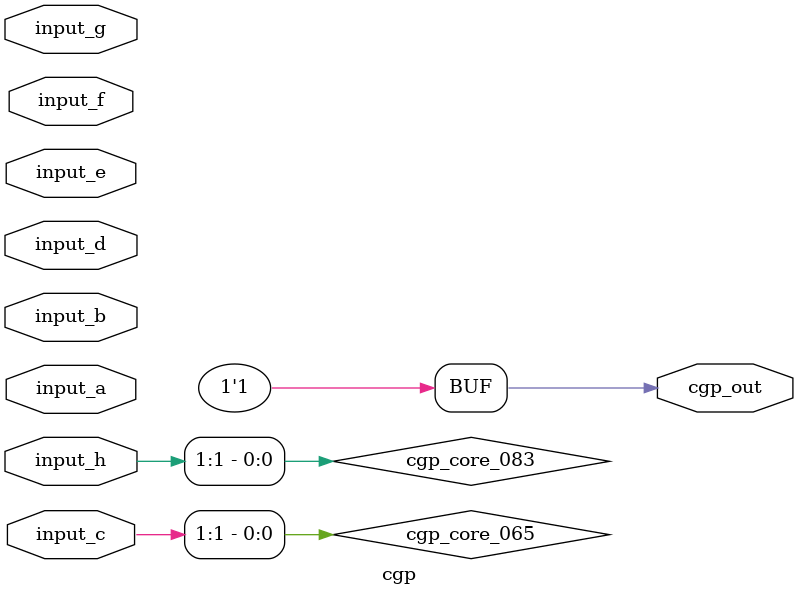
<source format=v>
module cgp(input [1:0] input_a, input [1:0] input_b, input [1:0] input_c, input [1:0] input_d, input [1:0] input_e, input [1:0] input_f, input [1:0] input_g, input [1:0] input_h, output [0:0] cgp_out);
  wire cgp_core_018;
  wire cgp_core_019;
  wire cgp_core_021;
  wire cgp_core_022;
  wire cgp_core_025;
  wire cgp_core_027;
  wire cgp_core_028;
  wire cgp_core_032;
  wire cgp_core_034;
  wire cgp_core_035;
  wire cgp_core_036;
  wire cgp_core_037;
  wire cgp_core_038;
  wire cgp_core_039;
  wire cgp_core_040;
  wire cgp_core_043;
  wire cgp_core_044;
  wire cgp_core_046;
  wire cgp_core_048;
  wire cgp_core_049;
  wire cgp_core_051;
  wire cgp_core_053;
  wire cgp_core_055;
  wire cgp_core_057;
  wire cgp_core_061;
  wire cgp_core_063;
  wire cgp_core_064;
  wire cgp_core_065;
  wire cgp_core_066;
  wire cgp_core_067_not;
  wire cgp_core_069;
  wire cgp_core_070;
  wire cgp_core_071_not;
  wire cgp_core_072;
  wire cgp_core_073;
  wire cgp_core_078;
  wire cgp_core_079;
  wire cgp_core_081;
  wire cgp_core_083;
  wire cgp_core_084;
  wire cgp_core_086;
  wire cgp_core_087;
  wire cgp_core_092;
  wire cgp_core_094;
  wire cgp_core_095;

  assign cgp_core_018 = input_b[0] ^ input_c[0];
  assign cgp_core_019 = ~(input_h[1] | input_c[0]);
  assign cgp_core_021 = input_g[0] & input_c[1];
  assign cgp_core_022 = ~(input_h[0] & cgp_core_019);
  assign cgp_core_025 = ~(input_a[0] & cgp_core_018);
  assign cgp_core_027 = input_b[1] ^ cgp_core_022;
  assign cgp_core_028 = input_a[1] & cgp_core_022;
  assign cgp_core_032 = input_c[0] ^ input_e[1];
  assign cgp_core_034 = input_g[0] ^ input_h[0];
  assign cgp_core_035 = ~(input_g[0] & input_d[0]);
  assign cgp_core_036 = ~(input_g[1] | input_a[0]);
  assign cgp_core_037 = input_g[1] & input_h[1];
  assign cgp_core_038 = input_e[0] ^ cgp_core_035;
  assign cgp_core_039 = input_a[1] & cgp_core_035;
  assign cgp_core_040 = input_b[0] | cgp_core_039;
  assign cgp_core_043 = input_d[1] ^ input_d[1];
  assign cgp_core_044 = input_d[1] & input_g[0];
  assign cgp_core_046 = cgp_core_043 & cgp_core_034;
  assign cgp_core_048 = cgp_core_040 ^ cgp_core_044;
  assign cgp_core_049 = cgp_core_040 & input_f[1];
  assign cgp_core_051 = cgp_core_025 & input_c[1];
  assign cgp_core_053 = ~(input_b[1] | input_g[0]);
  assign cgp_core_055 = cgp_core_027 | input_d[0];
  assign cgp_core_057 = ~(cgp_core_032 ^ cgp_core_048);
  assign cgp_core_061 = ~(input_b[0] | input_e[0]);
  assign cgp_core_063 = input_f[0] & input_g[0];
  assign cgp_core_064 = input_c[1] ^ cgp_core_061;
  assign cgp_core_065 = input_c[1] & input_c[1];
  assign cgp_core_066 = input_c[1] | input_d[1];
  assign cgp_core_067_not = ~input_f[0];
  assign cgp_core_069 = input_e[1] | input_f[1];
  assign cgp_core_070 = input_e[1] & input_f[1];
  assign cgp_core_071_not = ~input_h[1];
  assign cgp_core_072 = ~(cgp_core_069 | input_h[0]);
  assign cgp_core_073 = cgp_core_070 | input_a[0];
  assign cgp_core_078 = ~cgp_core_073;
  assign cgp_core_079 = input_g[0] & cgp_core_078;
  assign cgp_core_081 = ~(cgp_core_057 ^ cgp_core_073);
  assign cgp_core_083 = ~cgp_core_071_not;
  assign cgp_core_084 = cgp_core_051 & input_f[1];
  assign cgp_core_086 = ~(input_f[1] ^ cgp_core_071_not);
  assign cgp_core_087 = input_a[1] & input_e[1];
  assign cgp_core_092 = ~(input_f[1] | cgp_core_087);
  assign cgp_core_094 = cgp_core_087 | input_b[1];
  assign cgp_core_095 = cgp_core_066 | input_a[0];

  assign cgp_out[0] = 1'b1;
endmodule
</source>
